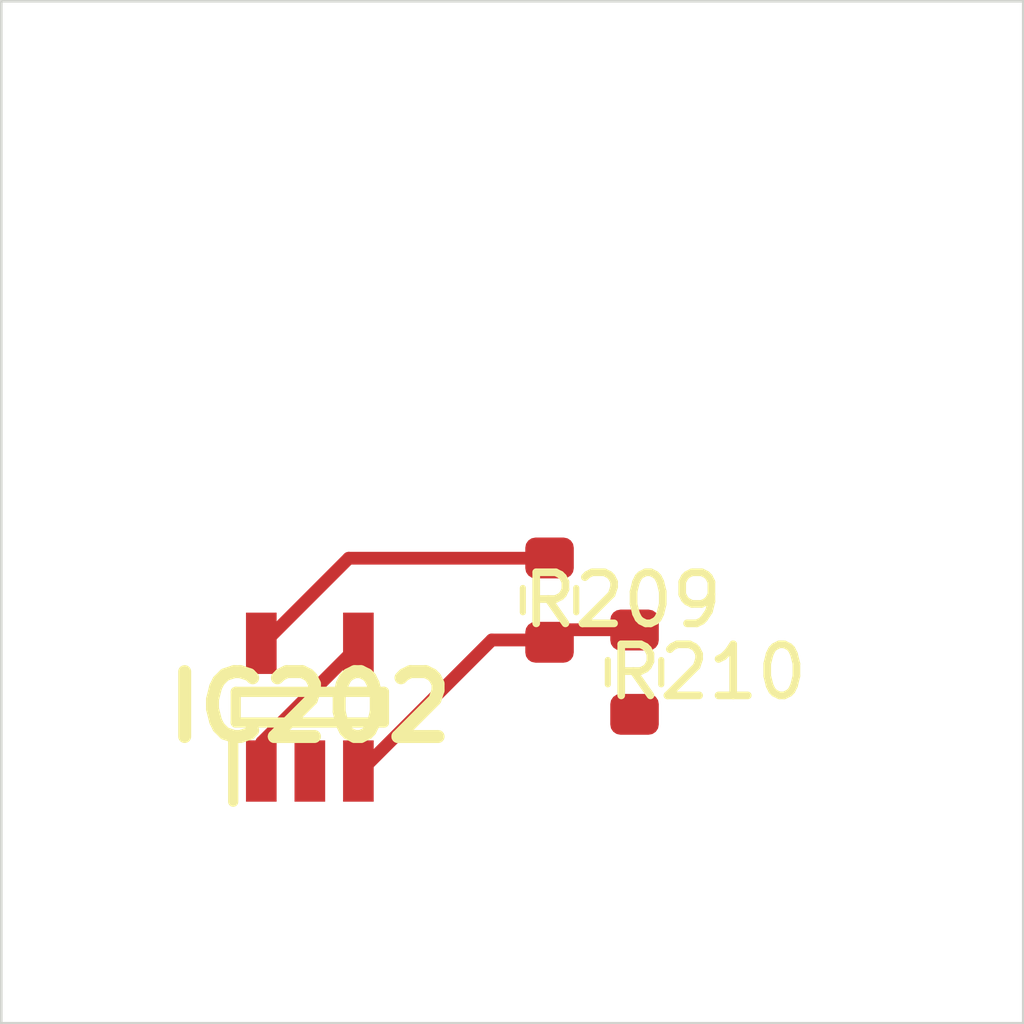
<source format=kicad_pcb>
 ( kicad_pcb  ( version 20171130 )
 ( host pcbnew 5.1.12-84ad8e8a86~92~ubuntu18.04.1 )
 ( general  ( thickness 1.6 )
 ( drawings 4 )
 ( tracks 0 )
 ( zones 0 )
 ( modules 3 )
 ( nets 5 )
)
 ( page A4 )
 ( layers  ( 0 F.Cu signal )
 ( 31 B.Cu signal )
 ( 32 B.Adhes user )
 ( 33 F.Adhes user )
 ( 34 B.Paste user )
 ( 35 F.Paste user )
 ( 36 B.SilkS user )
 ( 37 F.SilkS user )
 ( 38 B.Mask user )
 ( 39 F.Mask user )
 ( 40 Dwgs.User user )
 ( 41 Cmts.User user )
 ( 42 Eco1.User user )
 ( 43 Eco2.User user )
 ( 44 Edge.Cuts user )
 ( 45 Margin user )
 ( 46 B.CrtYd user )
 ( 47 F.CrtYd user )
 ( 48 B.Fab user )
 ( 49 F.Fab user )
)
 ( setup  ( last_trace_width 0.25 )
 ( trace_clearance 0.2 )
 ( zone_clearance 0.508 )
 ( zone_45_only no )
 ( trace_min 0.2 )
 ( via_size 0.8 )
 ( via_drill 0.4 )
 ( via_min_size 0.4 )
 ( via_min_drill 0.3 )
 ( uvia_size 0.3 )
 ( uvia_drill 0.1 )
 ( uvias_allowed no )
 ( uvia_min_size 0.2 )
 ( uvia_min_drill 0.1 )
 ( edge_width 0.05 )
 ( segment_width 0.2 )
 ( pcb_text_width 0.3 )
 ( pcb_text_size 1.5 1.5 )
 ( mod_edge_width 0.12 )
 ( mod_text_size 1 1 )
 ( mod_text_width 0.15 )
 ( pad_size 1.524 1.524 )
 ( pad_drill 0.762 )
 ( pad_to_mask_clearance 0 )
 ( aux_axis_origin 0 0 )
 ( visible_elements FFFFFF7F )
 ( pcbplotparams  ( layerselection 0x010fc_ffffffff )
 ( usegerberextensions false )
 ( usegerberattributes true )
 ( usegerberadvancedattributes true )
 ( creategerberjobfile true )
 ( excludeedgelayer true )
 ( linewidth 0.100000 )
 ( plotframeref false )
 ( viasonmask false )
 ( mode 1 )
 ( useauxorigin false )
 ( hpglpennumber 1 )
 ( hpglpenspeed 20 )
 ( hpglpendiameter 15.000000 )
 ( psnegative false )
 ( psa4output false )
 ( plotreference true )
 ( plotvalue true )
 ( plotinvisibletext false )
 ( padsonsilk false )
 ( subtractmaskfromsilk false )
 ( outputformat 1 )
 ( mirror false )
 ( drillshape 1 )
 ( scaleselection 1 )
 ( outputdirectory "" )
)
)
 ( net 0 "" )
 ( net 1 GND )
 ( net 2 VDDA )
 ( net 3 /Sheet6235D886/vp )
 ( net 4 "Net-(IC202-Pad3)" )
 ( net_class Default "This is the default net class."  ( clearance 0.2 )
 ( trace_width 0.25 )
 ( via_dia 0.8 )
 ( via_drill 0.4 )
 ( uvia_dia 0.3 )
 ( uvia_drill 0.1 )
 ( add_net /Sheet6235D886/vp )
 ( add_net GND )
 ( add_net "Net-(IC202-Pad3)" )
 ( add_net VDDA )
)
 ( module SOT95P280X145-5N locked  ( layer F.Cu )
 ( tedit 62336ED7 )
 ( tstamp 623423ED )
 ( at 86.038900 113.815000 90.000000 )
 ( descr DBV0005A )
 ( tags "Integrated Circuit" )
 ( path /6235D887/6266C08E )
 ( attr smd )
 ( fp_text reference IC202  ( at 0 0 )
 ( layer F.SilkS )
 ( effects  ( font  ( size 1.27 1.27 )
 ( thickness 0.254 )
)
)
)
 ( fp_text value TL071HIDBVR  ( at 0 0 )
 ( layer F.SilkS )
hide  ( effects  ( font  ( size 1.27 1.27 )
 ( thickness 0.254 )
)
)
)
 ( fp_line  ( start -1.85 -1.5 )
 ( end -0.65 -1.5 )
 ( layer F.SilkS )
 ( width 0.2 )
)
 ( fp_line  ( start -0.3 1.45 )
 ( end -0.3 -1.45 )
 ( layer F.SilkS )
 ( width 0.2 )
)
 ( fp_line  ( start 0.3 1.45 )
 ( end -0.3 1.45 )
 ( layer F.SilkS )
 ( width 0.2 )
)
 ( fp_line  ( start 0.3 -1.45 )
 ( end 0.3 1.45 )
 ( layer F.SilkS )
 ( width 0.2 )
)
 ( fp_line  ( start -0.3 -1.45 )
 ( end 0.3 -1.45 )
 ( layer F.SilkS )
 ( width 0.2 )
)
 ( fp_line  ( start -0.8 -0.5 )
 ( end 0.15 -1.45 )
 ( layer Dwgs.User )
 ( width 0.1 )
)
 ( fp_line  ( start -0.8 1.45 )
 ( end -0.8 -1.45 )
 ( layer Dwgs.User )
 ( width 0.1 )
)
 ( fp_line  ( start 0.8 1.45 )
 ( end -0.8 1.45 )
 ( layer Dwgs.User )
 ( width 0.1 )
)
 ( fp_line  ( start 0.8 -1.45 )
 ( end 0.8 1.45 )
 ( layer Dwgs.User )
 ( width 0.1 )
)
 ( fp_line  ( start -0.8 -1.45 )
 ( end 0.8 -1.45 )
 ( layer Dwgs.User )
 ( width 0.1 )
)
 ( fp_line  ( start -2.1 1.775 )
 ( end -2.1 -1.775 )
 ( layer Dwgs.User )
 ( width 0.05 )
)
 ( fp_line  ( start 2.1 1.775 )
 ( end -2.1 1.775 )
 ( layer Dwgs.User )
 ( width 0.05 )
)
 ( fp_line  ( start 2.1 -1.775 )
 ( end 2.1 1.775 )
 ( layer Dwgs.User )
 ( width 0.05 )
)
 ( fp_line  ( start -2.1 -1.775 )
 ( end 2.1 -1.775 )
 ( layer Dwgs.User )
 ( width 0.05 )
)
 ( pad 1 smd rect  ( at -1.25 -0.95 180.000000 )
 ( size 0.6 1.2 )
 ( layers F.Cu F.Mask F.Paste )
 ( net 3 /Sheet6235D886/vp )
)
 ( pad 2 smd rect  ( at -1.25 0 180.000000 )
 ( size 0.6 1.2 )
 ( layers F.Cu F.Mask F.Paste )
 ( net 1 GND )
)
 ( pad 3 smd rect  ( at -1.25 0.95 180.000000 )
 ( size 0.6 1.2 )
 ( layers F.Cu F.Mask F.Paste )
 ( net 4 "Net-(IC202-Pad3)" )
)
 ( pad 4 smd rect  ( at 1.25 0.95 180.000000 )
 ( size 0.6 1.2 )
 ( layers F.Cu F.Mask F.Paste )
 ( net 3 /Sheet6235D886/vp )
)
 ( pad 5 smd rect  ( at 1.25 -0.95 180.000000 )
 ( size 0.6 1.2 )
 ( layers F.Cu F.Mask F.Paste )
 ( net 2 VDDA )
)
)
 ( module Resistor_SMD:R_0603_1608Metric  ( layer F.Cu )
 ( tedit 5F68FEEE )
 ( tstamp 62342595 )
 ( at 90.730000 111.720000 270.000000 )
 ( descr "Resistor SMD 0603 (1608 Metric), square (rectangular) end terminal, IPC_7351 nominal, (Body size source: IPC-SM-782 page 72, https://www.pcb-3d.com/wordpress/wp-content/uploads/ipc-sm-782a_amendment_1_and_2.pdf), generated with kicad-footprint-generator" )
 ( tags resistor )
 ( path /6235D887/623CDBD9 )
 ( attr smd )
 ( fp_text reference R209  ( at 0 -1.43 )
 ( layer F.SilkS )
 ( effects  ( font  ( size 1 1 )
 ( thickness 0.15 )
)
)
)
 ( fp_text value 100k  ( at 0 1.43 )
 ( layer F.Fab )
 ( effects  ( font  ( size 1 1 )
 ( thickness 0.15 )
)
)
)
 ( fp_line  ( start -0.8 0.4125 )
 ( end -0.8 -0.4125 )
 ( layer F.Fab )
 ( width 0.1 )
)
 ( fp_line  ( start -0.8 -0.4125 )
 ( end 0.8 -0.4125 )
 ( layer F.Fab )
 ( width 0.1 )
)
 ( fp_line  ( start 0.8 -0.4125 )
 ( end 0.8 0.4125 )
 ( layer F.Fab )
 ( width 0.1 )
)
 ( fp_line  ( start 0.8 0.4125 )
 ( end -0.8 0.4125 )
 ( layer F.Fab )
 ( width 0.1 )
)
 ( fp_line  ( start -0.237258 -0.5225 )
 ( end 0.237258 -0.5225 )
 ( layer F.SilkS )
 ( width 0.12 )
)
 ( fp_line  ( start -0.237258 0.5225 )
 ( end 0.237258 0.5225 )
 ( layer F.SilkS )
 ( width 0.12 )
)
 ( fp_line  ( start -1.48 0.73 )
 ( end -1.48 -0.73 )
 ( layer F.CrtYd )
 ( width 0.05 )
)
 ( fp_line  ( start -1.48 -0.73 )
 ( end 1.48 -0.73 )
 ( layer F.CrtYd )
 ( width 0.05 )
)
 ( fp_line  ( start 1.48 -0.73 )
 ( end 1.48 0.73 )
 ( layer F.CrtYd )
 ( width 0.05 )
)
 ( fp_line  ( start 1.48 0.73 )
 ( end -1.48 0.73 )
 ( layer F.CrtYd )
 ( width 0.05 )
)
 ( fp_text user %R  ( at 0 0 )
 ( layer F.Fab )
 ( effects  ( font  ( size 0.4 0.4 )
 ( thickness 0.06 )
)
)
)
 ( pad 1 smd roundrect  ( at -0.825 0 270.000000 )
 ( size 0.8 0.95 )
 ( layers F.Cu F.Mask F.Paste )
 ( roundrect_rratio 0.25 )
 ( net 2 VDDA )
)
 ( pad 2 smd roundrect  ( at 0.825 0 270.000000 )
 ( size 0.8 0.95 )
 ( layers F.Cu F.Mask F.Paste )
 ( roundrect_rratio 0.25 )
 ( net 4 "Net-(IC202-Pad3)" )
)
 ( model ${KISYS3DMOD}/Resistor_SMD.3dshapes/R_0603_1608Metric.wrl  ( at  ( xyz 0 0 0 )
)
 ( scale  ( xyz 1 1 1 )
)
 ( rotate  ( xyz 0 0 0 )
)
)
)
 ( module Resistor_SMD:R_0603_1608Metric  ( layer F.Cu )
 ( tedit 5F68FEEE )
 ( tstamp 623425A6 )
 ( at 92.393500 113.130000 270.000000 )
 ( descr "Resistor SMD 0603 (1608 Metric), square (rectangular) end terminal, IPC_7351 nominal, (Body size source: IPC-SM-782 page 72, https://www.pcb-3d.com/wordpress/wp-content/uploads/ipc-sm-782a_amendment_1_and_2.pdf), generated with kicad-footprint-generator" )
 ( tags resistor )
 ( path /6235D887/623CDBDF )
 ( attr smd )
 ( fp_text reference R210  ( at 0 -1.43 )
 ( layer F.SilkS )
 ( effects  ( font  ( size 1 1 )
 ( thickness 0.15 )
)
)
)
 ( fp_text value 100k  ( at 0 1.43 )
 ( layer F.Fab )
 ( effects  ( font  ( size 1 1 )
 ( thickness 0.15 )
)
)
)
 ( fp_line  ( start 1.48 0.73 )
 ( end -1.48 0.73 )
 ( layer F.CrtYd )
 ( width 0.05 )
)
 ( fp_line  ( start 1.48 -0.73 )
 ( end 1.48 0.73 )
 ( layer F.CrtYd )
 ( width 0.05 )
)
 ( fp_line  ( start -1.48 -0.73 )
 ( end 1.48 -0.73 )
 ( layer F.CrtYd )
 ( width 0.05 )
)
 ( fp_line  ( start -1.48 0.73 )
 ( end -1.48 -0.73 )
 ( layer F.CrtYd )
 ( width 0.05 )
)
 ( fp_line  ( start -0.237258 0.5225 )
 ( end 0.237258 0.5225 )
 ( layer F.SilkS )
 ( width 0.12 )
)
 ( fp_line  ( start -0.237258 -0.5225 )
 ( end 0.237258 -0.5225 )
 ( layer F.SilkS )
 ( width 0.12 )
)
 ( fp_line  ( start 0.8 0.4125 )
 ( end -0.8 0.4125 )
 ( layer F.Fab )
 ( width 0.1 )
)
 ( fp_line  ( start 0.8 -0.4125 )
 ( end 0.8 0.4125 )
 ( layer F.Fab )
 ( width 0.1 )
)
 ( fp_line  ( start -0.8 -0.4125 )
 ( end 0.8 -0.4125 )
 ( layer F.Fab )
 ( width 0.1 )
)
 ( fp_line  ( start -0.8 0.4125 )
 ( end -0.8 -0.4125 )
 ( layer F.Fab )
 ( width 0.1 )
)
 ( fp_text user %R  ( at 0 0 )
 ( layer F.Fab )
 ( effects  ( font  ( size 0.4 0.4 )
 ( thickness 0.06 )
)
)
)
 ( pad 2 smd roundrect  ( at 0.825 0 270.000000 )
 ( size 0.8 0.95 )
 ( layers F.Cu F.Mask F.Paste )
 ( roundrect_rratio 0.25 )
 ( net 1 GND )
)
 ( pad 1 smd roundrect  ( at -0.825 0 270.000000 )
 ( size 0.8 0.95 )
 ( layers F.Cu F.Mask F.Paste )
 ( roundrect_rratio 0.25 )
 ( net 4 "Net-(IC202-Pad3)" )
)
 ( model ${KISYS3DMOD}/Resistor_SMD.3dshapes/R_0603_1608Metric.wrl  ( at  ( xyz 0 0 0 )
)
 ( scale  ( xyz 1 1 1 )
)
 ( rotate  ( xyz 0 0 0 )
)
)
)
 ( gr_line  ( start 100 100 )
 ( end 100 120 )
 ( layer Edge.Cuts )
 ( width 0.05 )
 ( tstamp 62E770C4 )
)
 ( gr_line  ( start 80 120 )
 ( end 100 120 )
 ( layer Edge.Cuts )
 ( width 0.05 )
 ( tstamp 62E770C0 )
)
 ( gr_line  ( start 80 100 )
 ( end 100 100 )
 ( layer Edge.Cuts )
 ( width 0.05 )
 ( tstamp 6234110C )
)
 ( gr_line  ( start 80 100 )
 ( end 80 120 )
 ( layer Edge.Cuts )
 ( width 0.05 )
)
 ( segment  ( start 90.700001 110.900002 )
 ( end 86.800001 110.900002 )
 ( width 0.250000 )
 ( layer F.Cu )
 ( net 2 )
)
 ( segment  ( start 86.800001 110.900002 )
 ( end 85.100001 112.600002 )
 ( width 0.250000 )
 ( layer F.Cu )
 ( net 2 )
)
 ( segment  ( start 87.000001 112.600002 )
 ( end 85.100001 114.500002 )
 ( width 0.250000 )
 ( layer F.Cu )
 ( net 3 )
)
 ( segment  ( start 85.100001 114.500002 )
 ( end 85.100001 115.100002 )
 ( width 0.250000 )
 ( layer F.Cu )
 ( net 3 )
)
 ( segment  ( start 90.700001 112.500002 )
 ( end 89.600001 112.500002 )
 ( width 0.250000 )
 ( layer F.Cu )
 ( net 4 )
)
 ( segment  ( start 89.600001 112.500002 )
 ( end 87.000001 115.100002 )
 ( width 0.250000 )
 ( layer F.Cu )
 ( net 4 )
)
 ( segment  ( start 92.400001 112.300002 )
 ( end 90.900001 112.300002 )
 ( width 0.250000 )
 ( layer F.Cu )
 ( net 4 )
)
 ( segment  ( start 90.900001 112.300002 )
 ( end 90.700001 112.500002 )
 ( width 0.250000 )
 ( layer F.Cu )
 ( net 4 )
)
)

</source>
